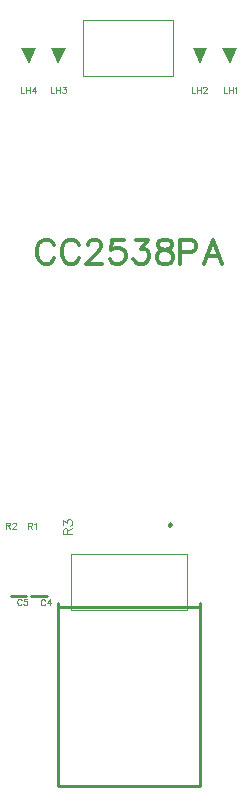
<source format=gbr>
G04 DipTrace 3.3.1.1*
G04 TopSilk.gbr*
%MOMM*%
G04 #@! TF.FileFunction,Legend,Top*
G04 #@! TF.Part,Single*
%ADD10C,0.25*%
%ADD23C,0.1*%
%ADD71C,0.11765*%
%ADD72C,0.07843*%
%ADD74C,0.31373*%
%FSLAX35Y35*%
G04*
G71*
G90*
G75*
G01*
G04 TopSilk*
%LPD*%
X1427887Y1108707D2*
D10*
X1297987D1*
X1253243D2*
X1123343D1*
G36*
X2661977Y5745755D2*
X2787097D1*
X2725977Y5616815D1*
D1*
X2661977Y5745755D1*
G37*
G36*
X2911977D2*
X3037097D1*
X2975977Y5616815D1*
D1*
X2911977Y5745755D1*
G37*
G36*
X1461977D2*
X1587097D1*
X1525977Y5616815D1*
D1*
X1461977Y5745755D1*
G37*
G36*
X1211977D2*
X1337097D1*
X1275977Y5616815D1*
D1*
X1211977Y5745755D1*
G37*
X1731730Y5987047D2*
D23*
X2500330D1*
Y5514013D1*
X1731730D1*
Y5987047D1*
X1632837Y991487D2*
X2617215D1*
Y1467787D1*
X1632837D1*
Y991487D1*
X2723298Y1050713D2*
D10*
Y-502814D1*
X1525308Y1050713D2*
Y-502814D1*
X2723298D1*
X1525308Y1017311D2*
X2723298D1*
X2474043Y1695240D2*
G02X2474043Y1695240I0J12223D01*
G01*
X1602657Y1630572D2*
D71*
Y1663337D1*
X1598951Y1674287D1*
X1595329Y1677994D1*
X1588085Y1681616D1*
X1580757D1*
X1573513Y1677994D1*
X1569807Y1674288D1*
X1566185Y1663338D1*
Y1630572D1*
X1642750D1*
X1602657Y1656094D2*
X1642751Y1681615D1*
X1566269Y1712473D2*
Y1752483D1*
X1595413Y1730667D1*
Y1741617D1*
X1599035Y1748861D1*
X1602657Y1752482D1*
X1613607Y1756189D1*
X1620851D1*
X1631801Y1752482D1*
X1639129Y1745239D1*
X1642751Y1734289D1*
Y1723339D1*
X1639129Y1712473D1*
X1635423Y1708851D1*
X1628179Y1705145D1*
X1271598Y1704982D2*
D72*
X1293442D1*
X1300742Y1707453D1*
X1303213Y1709867D1*
X1305627Y1714697D1*
Y1719582D1*
X1303213Y1724411D1*
X1300742Y1726882D1*
X1293442Y1729297D1*
X1271598D1*
Y1678253D1*
X1288613Y1704982D2*
X1305627Y1678253D1*
X1321314Y1719526D2*
X1326199Y1721997D1*
X1333499Y1729240D1*
Y1678253D1*
X1085112Y1706209D2*
X1106955D1*
X1114255Y1708679D1*
X1116726Y1711094D1*
X1119141Y1715923D1*
Y1720809D1*
X1116726Y1725638D1*
X1114255Y1728109D1*
X1106955Y1730523D1*
X1085112D1*
Y1679479D1*
X1102126Y1706209D2*
X1119141Y1679479D1*
X1137298Y1718338D2*
Y1720753D1*
X1139712Y1725638D1*
X1142127Y1728053D1*
X1147012Y1730467D1*
X1156727D1*
X1161556Y1728053D1*
X1163971Y1725638D1*
X1166442Y1720753D1*
Y1715923D1*
X1163971Y1711038D1*
X1159142Y1703794D1*
X1134827Y1679479D1*
X1168856D1*
X1214355Y1072594D2*
X1211941Y1077423D1*
X1207055Y1082309D1*
X1202226Y1084723D1*
X1192512D1*
X1187626Y1082309D1*
X1182797Y1077423D1*
X1180326Y1072594D1*
X1177912Y1065294D1*
Y1053109D1*
X1180326Y1045865D1*
X1182797Y1040979D1*
X1187626Y1036150D1*
X1192512Y1033679D1*
X1202226D1*
X1207055Y1036150D1*
X1211941Y1040979D1*
X1214355Y1045865D1*
X1259186Y1084667D2*
X1234927D1*
X1232512Y1062823D1*
X1234927Y1065238D1*
X1242227Y1067709D1*
X1249471D1*
X1256771Y1065238D1*
X1261656Y1060409D1*
X1264071Y1053109D1*
Y1048279D1*
X1261656Y1040979D1*
X1256771Y1036094D1*
X1249471Y1033679D1*
X1242227D1*
X1234927Y1036094D1*
X1232512Y1038565D1*
X1230042Y1043394D1*
X1412709Y1067937D2*
X1410294Y1072767D1*
X1405409Y1077652D1*
X1400580Y1080067D1*
X1390865D1*
X1385980Y1077652D1*
X1381150Y1072767D1*
X1378680Y1067937D1*
X1376265Y1060637D1*
Y1048452D1*
X1378680Y1041208D1*
X1381150Y1036323D1*
X1385980Y1031494D1*
X1390865Y1029023D1*
X1400580D1*
X1405409Y1031494D1*
X1410294Y1036323D1*
X1412709Y1041208D1*
X1452710Y1029023D2*
Y1080010D1*
X1428395Y1046037D1*
X1464839D1*
X2924345Y5419053D2*
Y5368009D1*
X2953489D1*
X2969175Y5419053D2*
Y5368009D1*
X3003204Y5419053D2*
Y5368009D1*
X2969175Y5394739D2*
X3003204D1*
X3018891Y5409283D2*
X3023776Y5411753D1*
X3031076Y5418997D1*
Y5368009D1*
X2654442Y5419053D2*
Y5368009D1*
X2683585D1*
X2699272Y5419053D2*
Y5368009D1*
X2733301Y5419053D2*
Y5368009D1*
X2699272Y5394739D2*
X2733301D1*
X2751458Y5406868D2*
Y5409283D1*
X2753873Y5414168D1*
X2756287Y5416583D1*
X2761173Y5418997D1*
X2770887D1*
X2775716Y5416583D1*
X2778131Y5414168D1*
X2780602Y5409283D1*
Y5404453D1*
X2778131Y5399568D1*
X2773302Y5392324D1*
X2748987Y5368009D1*
X2783016D1*
X1463692Y5419053D2*
Y5368009D1*
X1492835D1*
X1508522Y5419053D2*
Y5368009D1*
X1542551Y5419053D2*
Y5368009D1*
X1508522Y5394739D2*
X1542551D1*
X1563123Y5418997D2*
X1589796D1*
X1575252Y5399568D1*
X1582552D1*
X1587381Y5397153D1*
X1589796Y5394739D1*
X1592266Y5387439D1*
Y5382609D1*
X1589796Y5375309D1*
X1584966Y5370424D1*
X1577666Y5368009D1*
X1570366D1*
X1563123Y5370424D1*
X1560708Y5372895D1*
X1558237Y5377724D1*
X1209665Y5419053D2*
Y5368009D1*
X1238809D1*
X1254495Y5419053D2*
Y5368009D1*
X1288524Y5419053D2*
Y5368009D1*
X1254495Y5394739D2*
X1288524D1*
X1328525Y5368009D2*
Y5418997D1*
X1304211Y5385024D1*
X1340654D1*
X1491846Y4077378D2*
D74*
X1482187Y4096695D1*
X1462646Y4116236D1*
X1443329Y4125895D1*
X1404471D1*
X1384929Y4116236D1*
X1365612Y4096695D1*
X1355729Y4077378D1*
X1346071Y4048178D1*
Y3999436D1*
X1355729Y3970461D1*
X1365612Y3950919D1*
X1384929Y3931602D1*
X1404471Y3921719D1*
X1443329D1*
X1462646Y3931602D1*
X1482187Y3950919D1*
X1491846Y3970461D1*
X1700366Y4077378D2*
X1690708Y4096695D1*
X1671166Y4116236D1*
X1651849Y4125895D1*
X1612991D1*
X1593449Y4116236D1*
X1574133Y4096695D1*
X1564249Y4077378D1*
X1554591Y4048178D1*
Y3999436D1*
X1564249Y3970461D1*
X1574133Y3950919D1*
X1593449Y3931602D1*
X1612991Y3921719D1*
X1651849D1*
X1671166Y3931602D1*
X1690708Y3950919D1*
X1700366Y3970461D1*
X1772995Y4077153D2*
Y4086812D1*
X1782653Y4106353D1*
X1792311Y4116012D1*
X1811853Y4125670D1*
X1850711D1*
X1870028Y4116012D1*
X1879687Y4106353D1*
X1889570Y4086812D1*
Y4067495D1*
X1879687Y4047953D1*
X1860370Y4018978D1*
X1763111Y3921719D1*
X1899228D1*
X2078549Y4125670D2*
X1981515D1*
X1971857Y4038295D1*
X1981515Y4047953D1*
X2010715Y4057836D1*
X2039690D1*
X2068890Y4047953D1*
X2088432Y4028636D1*
X2098090Y3999436D1*
Y3980119D1*
X2088432Y3950919D1*
X2068890Y3931378D1*
X2039690Y3921719D1*
X2010715D1*
X1981515Y3931378D1*
X1971857Y3941261D1*
X1961973Y3960578D1*
X2180377Y4125670D2*
X2287069D1*
X2228894Y4047953D1*
X2258094D1*
X2277411Y4038295D1*
X2287069Y4028636D1*
X2296952Y3999436D1*
Y3980119D1*
X2287069Y3950919D1*
X2267752Y3931378D1*
X2238552Y3921719D1*
X2209352D1*
X2180377Y3931378D1*
X2170719Y3941261D1*
X2160836Y3960578D1*
X2408214Y4125670D2*
X2379239Y4116012D1*
X2369356Y4096695D1*
Y4077153D1*
X2379239Y4057836D1*
X2398556Y4047953D1*
X2437414Y4038295D1*
X2466614Y4028636D1*
X2485931Y4009095D1*
X2495590Y3989778D1*
Y3960578D1*
X2485931Y3941261D1*
X2476273Y3931378D1*
X2447073Y3921719D1*
X2408214D1*
X2379239Y3931378D1*
X2369356Y3941261D1*
X2359698Y3960578D1*
Y3989778D1*
X2369356Y4009095D1*
X2388898Y4028636D1*
X2417873Y4038295D1*
X2456731Y4047953D1*
X2476273Y4057836D1*
X2485931Y4077153D1*
Y4096695D1*
X2476273Y4116012D1*
X2447073Y4125670D1*
X2408214D1*
X2558335Y4018978D2*
X2645935D1*
X2674910Y4028636D1*
X2684793Y4038519D1*
X2694452Y4057836D1*
Y4087036D1*
X2684793Y4106353D1*
X2674910Y4116236D1*
X2645935Y4125895D1*
X2558335D1*
Y3921719D1*
X2912855D2*
X2834914Y4125895D1*
X2757197Y3921719D1*
X2786397Y3989778D2*
X2883655D1*
M02*

</source>
